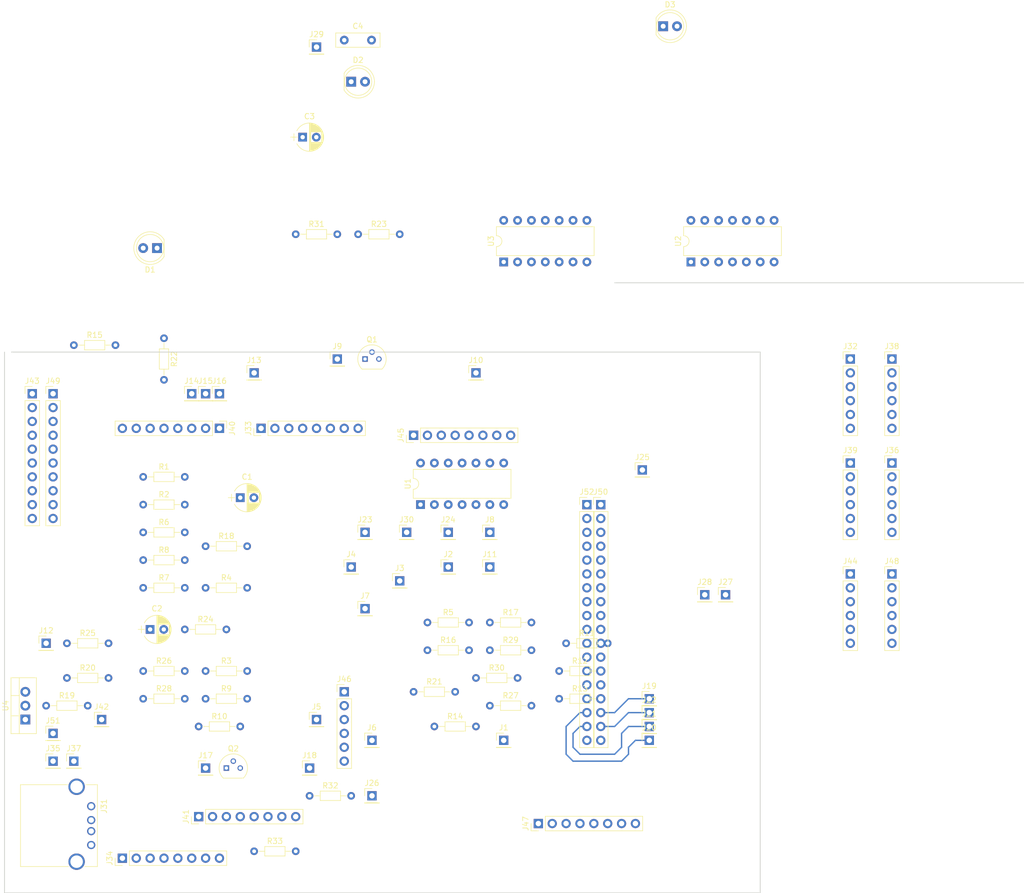
<source format=kicad_pcb>
(kicad_pcb (version 4) (host pcbnew 4.0.7)
  (layers (0 F.Cu signal) (31 B.Cu signal) (34 B.Paste user) (35 F.Paste user) (36 B.SilkS user) (37 F.SilkS user) (38 B.Mask user) (39 F.Mask user) (44 Edge.Cuts user))
  (net 0 "")
  (net 1 "Net-(C1-Pad1)")
  (net 2 GND)
  (net 3 "Net-(C2-Pad1)")
  (net 4 "Net-(C3-Pad1)")
  (net 5 A2)
  (net 6 "Net-(D1-Pad2)")
  (net 7 "Net-(D2-Pad2)")
  (net 8 "Net-(D3-Pad2)")
  (net 9 "Net-(J3-Pad1)")
  (net 10 "Net-(J4-Pad1)")
  (net 11 A1)
  (net 12 A7)
  (net 13 "Net-(J7-Pad1)")
  (net 14 "Net-(J8-Pad1)")
  (net 15 "Net-(J9-Pad1)")
  (net 16 "Net-(J10-Pad1)")
  (net 17 "Net-(J12-Pad1)")
  (net 18 D19)
  (net 19 D10)
  (net 20 D9)
  (net 21 D8)
  (net 22 "Net-(J17-Pad1)")
  (net 23 "Net-(J18-Pad1)")
  (net 24 MOSI)
  (net 25 MISO)
  (net 26 SCK)
  (net 27 SS)
  (net 28 A5)
  (net 29 "Net-(J24-Pad1)")
  (net 30 TX2)
  (net 31 "Net-(J26-Pad1)")
  (net 32 SCL)
  (net 33 SDA)
  (net 34 "Net-(J29-Pad1)")
  (net 35 "Net-(J30-Pad1)")
  (net 36 "Net-(J31-Pad3)")
  (net 37 "Net-(J31-Pad2)")
  (net 38 "Net-(J31-Pad1)")
  (net 39 "Net-(J32-Pad1)")
  (net 40 "Net-(J32-Pad2)")
  (net 41 "Net-(J32-Pad3)")
  (net 42 "Net-(J32-Pad4)")
  (net 43 "Net-(J32-Pad5)")
  (net 44 "Net-(J32-Pad6)")
  (net 45 D7)
  (net 46 D6)
  (net 47 D5)
  (net 48 "Net-(J33-Pad4)")
  (net 49 "Net-(J33-Pad5)")
  (net 50 D2)
  (net 51 "Net-(J33-Pad7)")
  (net 52 "Net-(J33-Pad8)")
  (net 53 "Net-(J34-Pad1)")
  (net 54 "Net-(J34-Pad2)")
  (net 55 "Net-(J34-Pad3)")
  (net 56 "Net-(J34-Pad4)")
  (net 57 "Net-(J36-Pad1)")
  (net 58 "Net-(J36-Pad2)")
  (net 59 "Net-(J36-Pad3)")
  (net 60 "Net-(J36-Pad4)")
  (net 61 "Net-(J36-Pad5)")
  (net 62 "Net-(J36-Pad6)")
  (net 63 D11)
  (net 64 D12)
  (net 65 D13)
  (net 66 "Net-(J40-Pad7)")
  (net 67 "Net-(J40-Pad8)")
  (net 68 A0)
  (net 69 A3)
  (net 70 A4)
  (net 71 A6)
  (net 72 "Net-(J43-Pad1)")
  (net 73 "Net-(J44-Pad1)")
  (net 74 "Net-(J44-Pad2)")
  (net 75 "Net-(J44-Pad3)")
  (net 76 "Net-(J44-Pad4)")
  (net 77 "Net-(J44-Pad5)")
  (net 78 "Net-(J44-Pad6)")
  (net 79 "Net-(J45-Pad1)")
  (net 80 D15)
  (net 81 RX2)
  (net 82 "Net-(J45-Pad5)")
  (net 83 "Net-(J46-Pad1)")
  (net 84 A8)
  (net 85 A9)
  (net 86 A10)
  (net 87 "Net-(J47-Pad4)")
  (net 88 "Net-(J47-Pad5)")
  (net 89 "Net-(J47-Pad6)")
  (net 90 "Net-(J47-Pad7)")
  (net 91 "Net-(J47-Pad8)")
  (net 92 "Net-(J50-Pad1)")
  (net 93 "Net-(J50-Pad2)")
  (net 94 "Net-(J50-Pad3)")
  (net 95 "Net-(J50-Pad4)")
  (net 96 "Net-(J50-Pad5)")
  (net 97 "Net-(J50-Pad6)")
  (net 98 "Net-(J50-Pad7)")
  (net 99 "Net-(J50-Pad8)")
  (net 100 "Net-(J50-Pad9)")
  (net 101 "Net-(J50-Pad10)")
  (net 102 "Net-(J50-Pad11)")
  (net 103 "Net-(J50-Pad12)")
  (net 104 "Net-(J50-Pad13)")
  (net 105 "Net-(J50-Pad14)")
  (net 106 "Net-(J50-Pad15)")
  (net 107 "Net-(J50-Pad18)")
  (net 108 "Net-(J51-Pad1)")
  (net 109 "Net-(J52-Pad1)")
  (net 110 "Net-(J52-Pad2)")
  (net 111 "Net-(J52-Pad3)")
  (net 112 "Net-(J52-Pad4)")
  (net 113 "Net-(J52-Pad5)")
  (net 114 "Net-(J52-Pad6)")
  (net 115 "Net-(J52-Pad7)")
  (net 116 "Net-(J52-Pad8)")
  (net 117 "Net-(J52-Pad9)")
  (net 118 "Net-(J52-Pad10)")
  (net 119 "Net-(J52-Pad11)")
  (net 120 "Net-(J52-Pad12)")
  (net 121 "Net-(J52-Pad13)")
  (net 122 "Net-(J52-Pad14)")
  (net 123 "Net-(J52-Pad15)")
  (net 124 "Net-(J52-Pad18)")
  (net 125 "Net-(R17-Pad2)")
  (net 126 "Net-(R5-Pad2)")
  (net 127 "Net-(R18-Pad2)")
  (net 128 "Net-(R6-Pad2)")
  (net 129 "Net-(R13-Pad1)")
  (net 130 "Net-(R10-Pad1)")
  (net 131 "Net-(R11-Pad1)")
  (net 132 "Net-(R12-Pad1)")
  (net 133 "Net-(R25-Pad1)")
  (net 134 "Net-(R25-Pad2)")
  (net 135 "Net-(R27-Pad1)")
  (net 136 "Net-(R27-Pad2)")
  (net 137 "Net-(R28-Pad1)")
  (module Capacitors_THT:CP_Radial_D5.0mm_P2.50mm (layer F.Cu) (at 142.24 102.87)
    (fp_text reference C1 (at 1.25 -3.81) (layer F.SilkS))
    (fp_text value 1uF)
    (pad 1 thru_hole rect (at 0 0) (size 1.6 1.6) (drill 0.8) (layers *.Cu *.Mask) (net 1 "Net-(C1-Pad1)"))
    (pad 2 thru_hole circle (at 2.5 0) (size 1.6 1.6) (drill 0.8) (layers *.Cu *.Mask) (net 2 GND))
  )
  (module Capacitors_THT:CP_Radial_D5.0mm_P2.50mm (layer F.Cu) (at 125.73 127)
    (fp_text reference C2 (at 1.25 -3.81) (layer F.SilkS))
    (fp_text value 1uF)
    (pad 1 thru_hole rect (at 0 0) (size 1.6 1.6) (drill 0.8) (layers *.Cu *.Mask) (net 3 "Net-(C2-Pad1)"))
    (pad 2 thru_hole circle (at 2.5 0) (size 1.6 1.6) (drill 0.8) (layers *.Cu *.Mask) (net 2 GND))
  )
  (module Capacitors_THT:CP_Radial_D5.0mm_P2.50mm (layer F.Cu) (at 153.67 36.83)
    (fp_text reference C3 (at 1.25 -3.81) (layer F.SilkS))
    (fp_text value 1uF)
    (pad 1 thru_hole rect (at 0 0) (size 1.6 1.6) (drill 0.8) (layers *.Cu *.Mask) (net 4 "Net-(C3-Pad1)"))
    (pad 2 thru_hole circle (at 2.5 0) (size 1.6 1.6) (drill 0.8) (layers *.Cu *.Mask) (net 2 GND))
  )
  (module Capacitors_THT:C_Disc_D8.0mm_W2.5mm_P5.00mm (layer F.Cu) (at 161.29 19.05)
    (fp_text reference C4 (at 2.5 -2.56) (layer F.SilkS))
    (fp_text value C)
    (pad 1 thru_hole circle (at 0 0) (size 1.6 1.6) (drill 0.8) (layers *.Cu *.Mask) (net 2 GND))
    (pad 2 thru_hole circle (at 5 0) (size 1.6 1.6) (drill 0.8) (layers *.Cu *.Mask) (net 5 A2))
  )
  (module LEDs:LED_D5.0mm (layer F.Cu) (at 127 57.15 180)
    (fp_text reference D1 (at 1.27 -3.96 180) (layer F.SilkS))
    (fp_text value Bluetooth_ON)
    (pad 1 thru_hole rect (at 0 0 180) (size 1.8 1.8) (drill 0.9) (layers *.Cu *.Mask) (net 2 GND))
    (pad 2 thru_hole circle (at 2.54 0 180) (size 1.8 1.8) (drill 0.9) (layers *.Cu *.Mask) (net 6 "Net-(D1-Pad2)"))
  )
  (module LEDs:LED_D5.0mm (layer F.Cu) (at 162.56 26.67)
    (fp_text reference D2 (at 1.27 -3.96) (layer F.SilkS))
    (fp_text value LED)
    (pad 1 thru_hole rect (at 0 0) (size 1.8 1.8) (drill 0.9) (layers *.Cu *.Mask) (net 2 GND))
    (pad 2 thru_hole circle (at 2.54 0) (size 1.8 1.8) (drill 0.9) (layers *.Cu *.Mask) (net 7 "Net-(D2-Pad2)"))
  )
  (module LEDs:LED_D5.0mm (layer F.Cu) (at 219.71 16.51)
    (fp_text reference D3 (at 1.27 -3.96) (layer F.SilkS))
    (fp_text value LED)
    (pad 1 thru_hole rect (at 0 0) (size 1.8 1.8) (drill 0.9) (layers *.Cu *.Mask) (net 2 GND))
    (pad 2 thru_hole circle (at 2.54 0) (size 1.8 1.8) (drill 0.9) (layers *.Cu *.Mask) (net 8 "Net-(D3-Pad2)"))
  )
  (module Pin_Headers:Pin_Header_Straight_1x01_Pitch2.54mm (layer F.Cu) (at 190.5 147.32)
    (fp_text reference J1 (at 0 -2.33) (layer F.SilkS))
    (fp_text value Sensor_Power)
    (pad 1 thru_hole rect (at 0 0) (size 1.7 1.7) (drill 1) (layers *.Cu *.Mask) (net 5 A2))
  )
  (module Pin_Headers:Pin_Header_Straight_1x01_Pitch2.54mm (layer F.Cu) (at 180.34 115.57)
    (fp_text reference J2 (at 0 -2.33) (layer F.SilkS))
    (fp_text value Sensor_Power)
    (pad 1 thru_hole rect (at 0 0) (size 1.7 1.7) (drill 1) (layers *.Cu *.Mask) (net 5 A2))
  )
  (module Pin_Headers:Pin_Header_Straight_1x01_Pitch2.54mm (layer F.Cu) (at 171.45 118.11)
    (fp_text reference J3 (at 0 -2.33) (layer F.SilkS))
    (fp_text value Sensor_Ground)
    (pad 1 thru_hole rect (at 0 0) (size 1.7 1.7) (drill 1) (layers *.Cu *.Mask) (net 9 "Net-(J3-Pad1)"))
  )
  (module Pin_Headers:Pin_Header_Straight_1x01_Pitch2.54mm (layer F.Cu) (at 162.56 115.57)
    (fp_text reference J4 (at 0 -2.33) (layer F.SilkS))
    (fp_text value Sensor_Ground)
    (pad 1 thru_hole rect (at 0 0) (size 1.7 1.7) (drill 1) (layers *.Cu *.Mask) (net 10 "Net-(J4-Pad1)"))
  )
  (module Pin_Headers:Pin_Header_Straight_1x01_Pitch2.54mm (layer F.Cu) (at 156.21 143.51)
    (fp_text reference J5 (at 0 -2.33) (layer F.SilkS))
    (fp_text value Heater_Power)
    (pad 1 thru_hole rect (at 0 0) (size 1.7 1.7) (drill 1) (layers *.Cu *.Mask) (net 11 A1))
  )
  (module Pin_Headers:Pin_Header_Straight_1x01_Pitch2.54mm (layer F.Cu) (at 166.37 147.32)
    (fp_text reference J6 (at 0 -2.33) (layer F.SilkS))
    (fp_text value Heater_Power)
    (pad 1 thru_hole rect (at 0 0) (size 1.7 1.7) (drill 1) (layers *.Cu *.Mask) (net 12 A7))
  )
  (module Pin_Headers:Pin_Header_Straight_1x01_Pitch2.54mm (layer F.Cu) (at 165.1 123.19)
    (fp_text reference J7 (at 0 -2.33) (layer F.SilkS))
    (fp_text value Heater_Ground)
    (pad 1 thru_hole rect (at 0 0) (size 1.7 1.7) (drill 1) (layers *.Cu *.Mask) (net 13 "Net-(J7-Pad1)"))
  )
  (module Pin_Headers:Pin_Header_Straight_1x01_Pitch2.54mm (layer F.Cu) (at 187.96 109.22)
    (fp_text reference J8 (at 0 -2.33) (layer F.SilkS))
    (fp_text value Heater_Ground)
    (pad 1 thru_hole rect (at 0 0) (size 1.7 1.7) (drill 1) (layers *.Cu *.Mask) (net 14 "Net-(J8-Pad1)"))
  )
  (module Pin_Headers:Pin_Header_Straight_1x01_Pitch2.54mm (layer F.Cu) (at 160.02 77.47)
    (fp_text reference J9 (at 0 -2.33) (layer F.SilkS))
    (fp_text value Conn_01x01)
    (pad 1 thru_hole rect (at 0 0) (size 1.7 1.7) (drill 1) (layers *.Cu *.Mask) (net 15 "Net-(J9-Pad1)"))
  )
  (module Pin_Headers:Pin_Header_Straight_1x01_Pitch2.54mm (layer F.Cu) (at 185.42 80.01)
    (fp_text reference J10 (at 0 -2.33) (layer F.SilkS))
    (fp_text value Fan_Power)
    (pad 1 thru_hole rect (at 0 0) (size 1.7 1.7) (drill 1) (layers *.Cu *.Mask) (net 16 "Net-(J10-Pad1)"))
  )
  (module Pin_Headers:Pin_Header_Straight_1x01_Pitch2.54mm (layer F.Cu) (at 187.96 115.57)
    (fp_text reference J11 (at 0 -2.33) (layer F.SilkS))
    (fp_text value Sensor_Power)
    (pad 1 thru_hole rect (at 0 0) (size 1.7 1.7) (drill 1) (layers *.Cu *.Mask) (net 5 A2))
  )
  (module Pin_Headers:Pin_Header_Straight_1x01_Pitch2.54mm (layer F.Cu) (at 106.68 129.54)
    (fp_text reference J12 (at 0 -2.33) (layer F.SilkS))
    (fp_text value Sensor_Ground)
    (pad 1 thru_hole rect (at 0 0) (size 1.7 1.7) (drill 1) (layers *.Cu *.Mask) (net 17 "Net-(J12-Pad1)"))
  )
  (module Pin_Headers:Pin_Header_Straight_1x01_Pitch2.54mm (layer F.Cu) (at 144.78 80.01)
    (fp_text reference J13 (at 0 -2.33) (layer F.SilkS))
    (fp_text value Interrupt_PIN)
    (pad 1 thru_hole rect (at 0 0) (size 1.7 1.7) (drill 1) (layers *.Cu *.Mask) (net 18 D19))
  )
  (module Pin_Headers:Pin_Header_Straight_1x01_Pitch2.54mm (layer F.Cu) (at 133.35 83.82)
    (fp_text reference J14 (at 0 -2.33) (layer F.SilkS))
    (fp_text value DHT)
    (pad 1 thru_hole rect (at 0 0) (size 1.7 1.7) (drill 1) (layers *.Cu *.Mask) (net 19 D10))
  )
  (module Pin_Headers:Pin_Header_Straight_1x01_Pitch2.54mm (layer F.Cu) (at 135.89 83.82)
    (fp_text reference J15 (at 0 -2.33) (layer F.SilkS))
    (fp_text value Shinyei_P1)
    (pad 1 thru_hole rect (at 0 0) (size 1.7 1.7) (drill 1) (layers *.Cu *.Mask) (net 20 D9))
  )
  (module Pin_Headers:Pin_Header_Straight_1x01_Pitch2.54mm (layer F.Cu) (at 138.43 83.82)
    (fp_text reference J16 (at 0 -2.33) (layer F.SilkS))
    (fp_text value Shinyei_P2)
    (pad 1 thru_hole rect (at 0 0) (size 1.7 1.7) (drill 1) (layers *.Cu *.Mask) (net 21 D8))
  )
  (module Pin_Headers:Pin_Header_Straight_1x01_Pitch2.54mm (layer F.Cu) (at 135.89 152.4)
    (fp_text reference J17 (at 0 -2.33) (layer F.SilkS))
    (fp_text value Conn_01x01)
    (pad 1 thru_hole rect (at 0 0) (size 1.7 1.7) (drill 1) (layers *.Cu *.Mask) (net 22 "Net-(J17-Pad1)"))
  )
  (module Pin_Headers:Pin_Header_Straight_1x01_Pitch2.54mm (layer F.Cu) (at 154.94 152.4)
    (fp_text reference J18 (at 0 -2.33) (layer F.SilkS))
    (fp_text value Bluetooth_Power)
    (pad 1 thru_hole rect (at 0 0) (size 1.7 1.7) (drill 1) (layers *.Cu *.Mask) (net 23 "Net-(J18-Pad1)"))
  )
  (module Pin_Headers:Pin_Header_Straight_1x01_Pitch2.54mm (layer F.Cu) (at 217.17 139.7)
    (fp_text reference J19 (at 0 -2.33) (layer F.SilkS))
    (fp_text value MOSI)
    (pad 1 thru_hole rect (at 0 0) (size 1.7 1.7) (drill 1) (layers *.Cu *.Mask) (net 24 MOSI))
  )
  (module Pin_Headers:Pin_Header_Straight_1x01_Pitch2.54mm (layer F.Cu) (at 217.17 147.32)
    (fp_text reference J20 (at 0 -2.33) (layer F.SilkS))
    (fp_text value MISO)
    (pad 1 thru_hole rect (at 0 0) (size 1.7 1.7) (drill 1) (layers *.Cu *.Mask) (net 25 MISO))
  )
  (module Pin_Headers:Pin_Header_Straight_1x01_Pitch2.54mm (layer F.Cu) (at 217.17 144.78)
    (fp_text reference J21 (at 0 -2.33) (layer F.SilkS))
    (fp_text value SCK)
    (pad 1 thru_hole rect (at 0 0) (size 1.7 1.7) (drill 1) (layers *.Cu *.Mask) (net 26 SCK))
  )
  (module Pin_Headers:Pin_Header_Straight_1x01_Pitch2.54mm (layer F.Cu) (at 217.17 142.24)
    (fp_text reference J22 (at 0 -2.33) (layer F.SilkS))
    (fp_text value SS)
    (pad 1 thru_hole rect (at 0 0) (size 1.7 1.7) (drill 1) (layers *.Cu *.Mask) (net 27 SS))
  )
  (module Pin_Headers:Pin_Header_Straight_1x01_Pitch2.54mm (layer F.Cu) (at 165.1 109.22)
    (fp_text reference J23 (at 0 -2.33) (layer F.SilkS))
    (fp_text value Heater_Power)
    (pad 1 thru_hole rect (at 0 0) (size 1.7 1.7) (drill 1) (layers *.Cu *.Mask) (net 28 A5))
  )
  (module Pin_Headers:Pin_Header_Straight_1x01_Pitch2.54mm (layer F.Cu) (at 180.34 109.22)
    (fp_text reference J24 (at 0 -2.33) (layer F.SilkS))
    (fp_text value Heater_Ground)
    (pad 1 thru_hole rect (at 0 0) (size 1.7 1.7) (drill 1) (layers *.Cu *.Mask) (net 29 "Net-(J24-Pad1)"))
  )
  (module Pin_Headers:Pin_Header_Straight_1x01_Pitch2.54mm (layer F.Cu) (at 215.9 97.79)
    (fp_text reference J25 (at 0 -2.33) (layer F.SilkS))
    (fp_text value TX2)
    (pad 1 thru_hole rect (at 0 0) (size 1.7 1.7) (drill 1) (layers *.Cu *.Mask) (net 30 TX2))
  )
  (module Pin_Headers:Pin_Header_Straight_1x01_Pitch2.54mm (layer F.Cu) (at 166.37 157.48)
    (fp_text reference J26 (at 0 -2.33) (layer F.SilkS))
    (fp_text value RX2)
    (pad 1 thru_hole rect (at 0 0) (size 1.7 1.7) (drill 1) (layers *.Cu *.Mask) (net 31 "Net-(J26-Pad1)"))
  )
  (module Pin_Headers:Pin_Header_Straight_1x01_Pitch2.54mm (layer F.Cu) (at 231.14 120.65)
    (fp_text reference J27 (at 0 -2.33) (layer F.SilkS))
    (fp_text value SCL)
    (pad 1 thru_hole rect (at 0 0) (size 1.7 1.7) (drill 1) (layers *.Cu *.Mask) (net 32 SCL))
  )
  (module Pin_Headers:Pin_Header_Straight_1x01_Pitch2.54mm (layer F.Cu) (at 227.33 120.65)
    (fp_text reference J28 (at 0 -2.33) (layer F.SilkS))
    (fp_text value SDA)
    (pad 1 thru_hole rect (at 0 0) (size 1.7 1.7) (drill 1) (layers *.Cu *.Mask) (net 33 SDA))
  )
  (module Pin_Headers:Pin_Header_Straight_1x01_Pitch2.54mm (layer F.Cu) (at 156.21 20.32)
    (fp_text reference J29 (at 0 -2.33) (layer F.SilkS))
    (fp_text value Conn_01x01)
    (pad 1 thru_hole rect (at 0 0) (size 1.7 1.7) (drill 1) (layers *.Cu *.Mask) (net 34 "Net-(J29-Pad1)"))
  )
  (module Pin_Headers:Pin_Header_Straight_1x01_Pitch2.54mm (layer F.Cu) (at 172.72 109.22)
    (fp_text reference J30 (at 0 -2.33) (layer F.SilkS))
    (fp_text value Conn_01x01)
    (pad 1 thru_hole rect (at 0 0) (size 1.7 1.7) (drill 1) (layers *.Cu *.Mask) (net 35 "Net-(J30-Pad1)"))
  )
  (module Connectors:USB_A (layer F.Cu) (at 114.935 159.385 270)
    (fp_text reference J31 (at 0 -2.35 270) (layer F.SilkS))
    (fp_text value USB_A)
    (pad 4 thru_hole circle (at 7.11 0 180) (size 1.5 1.5) (drill 1) (layers *.Cu *.Mask) (net 2 GND))
    (pad 3 thru_hole circle (at 4.57 0 180) (size 1.5 1.5) (drill 1) (layers *.Cu *.Mask) (net 36 "Net-(J31-Pad3)"))
    (pad 2 thru_hole circle (at 2.54 0 180) (size 1.5 1.5) (drill 1) (layers *.Cu *.Mask) (net 37 "Net-(J31-Pad2)"))
    (pad 1 thru_hole circle (at 0 0 180) (size 1.5 1.5) (drill 1) (layers *.Cu *.Mask) (net 38 "Net-(J31-Pad1)"))
    (pad 5 thru_hole circle (at 10.16 2.67 180) (size 3 3) (drill 2.3) (layers *.Cu *.Mask) (net 2 GND))
    (pad 5 thru_hole circle (at -3.56 2.67 180) (size 3 3) (drill 2.3) (layers *.Cu *.Mask) (net 2 GND))
  )
  (module Socket_Strips:Socket_Strip_Straight_1x06_Pitch2.54mm (layer F.Cu) (at 254 77.47)
    (fp_text reference J32 (at 0 -2.33) (layer F.SilkS))
    (fp_text value AUX_CONN_C1)
    (pad 1 thru_hole rect (at 0 0) (size 1.7 1.7) (drill 1) (layers *.Cu *.Mask) (net 39 "Net-(J32-Pad1)"))
    (pad 2 thru_hole oval (at 0 2.54) (size 1.7 1.7) (drill 1) (layers *.Cu *.Mask) (net 40 "Net-(J32-Pad2)"))
    (pad 3 thru_hole oval (at 0 5.08) (size 1.7 1.7) (drill 1) (layers *.Cu *.Mask) (net 41 "Net-(J32-Pad3)"))
    (pad 4 thru_hole oval (at 0 7.62) (size 1.7 1.7) (drill 1) (layers *.Cu *.Mask) (net 42 "Net-(J32-Pad4)"))
    (pad 5 thru_hole oval (at 0 10.16) (size 1.7 1.7) (drill 1) (layers *.Cu *.Mask) (net 43 "Net-(J32-Pad5)"))
    (pad 6 thru_hole oval (at 0 12.7) (size 1.7 1.7) (drill 1) (layers *.Cu *.Mask) (net 44 "Net-(J32-Pad6)"))
  )
  (module Pin_Headers:Pin_Header_Straight_1x08_Pitch2.54mm (layer F.Cu) (at 146.05 90.17 90)
    (fp_text reference J33 (at 0 -2.33 90) (layer F.SilkS))
    (fp_text value DIO_0-7)
    (pad 1 thru_hole rect (at 0 0 90) (size 1.7 1.7) (drill 1) (layers *.Cu *.Mask) (net 45 D7))
    (pad 2 thru_hole oval (at 0 2.54 90) (size 1.7 1.7) (drill 1) (layers *.Cu *.Mask) (net 46 D6))
    (pad 3 thru_hole oval (at 0 5.08 90) (size 1.7 1.7) (drill 1) (layers *.Cu *.Mask) (net 47 D5))
    (pad 4 thru_hole oval (at 0 7.62 90) (size 1.7 1.7) (drill 1) (layers *.Cu *.Mask) (net 48 "Net-(J33-Pad4)"))
    (pad 5 thru_hole oval (at 0 10.16 90) (size 1.7 1.7) (drill 1) (layers *.Cu *.Mask) (net 49 "Net-(J33-Pad5)"))
    (pad 6 thru_hole oval (at 0 12.7 90) (size 1.7 1.7) (drill 1) (layers *.Cu *.Mask) (net 50 D2))
    (pad 7 thru_hole oval (at 0 15.24 90) (size 1.7 1.7) (drill 1) (layers *.Cu *.Mask) (net 51 "Net-(J33-Pad7)"))
    (pad 8 thru_hole oval (at 0 17.78 90) (size 1.7 1.7) (drill 1) (layers *.Cu *.Mask) (net 52 "Net-(J33-Pad8)"))
  )
  (module Pin_Headers:Pin_Header_Straight_1x08_Pitch2.54mm (layer F.Cu) (at 120.65 168.91 90)
    (fp_text reference J34 (at 0 -2.33 90) (layer F.SilkS))
    (fp_text value VIN_GND)
    (pad 1 thru_hole rect (at 0 0 90) (size 1.7 1.7) (drill 1) (layers *.Cu *.Mask) (net 53 "Net-(J34-Pad1)"))
    (pad 2 thru_hole oval (at 0 2.54 90) (size 1.7 1.7) (drill 1) (layers *.Cu *.Mask) (net 54 "Net-(J34-Pad2)"))
    (pad 3 thru_hole oval (at 0 5.08 90) (size 1.7 1.7) (drill 1) (layers *.Cu *.Mask) (net 55 "Net-(J34-Pad3)"))
    (pad 4 thru_hole oval (at 0 7.62 90) (size 1.7 1.7) (drill 1) (layers *.Cu *.Mask) (net 56 "Net-(J34-Pad4)"))
    (pad 5 thru_hole oval (at 0 10.16 90) (size 1.7 1.7) (drill 1) (layers *.Cu *.Mask) (net 35 "Net-(J30-Pad1)"))
    (pad 6 thru_hole oval (at 0 12.7 90) (size 1.7 1.7) (drill 1) (layers *.Cu *.Mask) (net 2 GND))
    (pad 7 thru_hole oval (at 0 15.24 90) (size 1.7 1.7) (drill 1) (layers *.Cu *.Mask) (net 2 GND))
    (pad 8 thru_hole oval (at 0 17.78 90) (size 1.7 1.7) (drill 1) (layers *.Cu *.Mask) (net 34 "Net-(J29-Pad1)"))
  )
  (module Pin_Headers:Pin_Header_Straight_1x01_Pitch2.54mm (layer F.Cu) (at 107.95 151.13)
    (fp_text reference J35 (at 0 -2.33) (layer F.SilkS))
    (fp_text value Jumper_A1)
    (pad 1 thru_hole rect (at 0 0) (size 1.7 1.7) (drill 1) (layers *.Cu *.Mask) (net 38 "Net-(J31-Pad1)"))
  )
  (module Socket_Strips:Socket_Strip_Straight_1x06_Pitch2.54mm (layer F.Cu) (at 261.62 96.52)
    (fp_text reference J36 (at 0 -2.33) (layer F.SilkS))
    (fp_text value AUX_CONN_A1)
    (pad 1 thru_hole rect (at 0 0) (size 1.7 1.7) (drill 1) (layers *.Cu *.Mask) (net 57 "Net-(J36-Pad1)"))
    (pad 2 thru_hole oval (at 0 2.54) (size 1.7 1.7) (drill 1) (layers *.Cu *.Mask) (net 58 "Net-(J36-Pad2)"))
    (pad 3 thru_hole oval (at 0 5.08) (size 1.7 1.7) (drill 1) (layers *.Cu *.Mask) (net 59 "Net-(J36-Pad3)"))
    (pad 4 thru_hole oval (at 0 7.62) (size 1.7 1.7) (drill 1) (layers *.Cu *.Mask) (net 60 "Net-(J36-Pad4)"))
    (pad 5 thru_hole oval (at 0 10.16) (size 1.7 1.7) (drill 1) (layers *.Cu *.Mask) (net 61 "Net-(J36-Pad5)"))
    (pad 6 thru_hole oval (at 0 12.7) (size 1.7 1.7) (drill 1) (layers *.Cu *.Mask) (net 62 "Net-(J36-Pad6)"))
  )
  (module Pin_Headers:Pin_Header_Straight_1x01_Pitch2.54mm (layer F.Cu) (at 111.76 151.13)
    (fp_text reference J37 (at 0 -2.33) (layer F.SilkS))
    (fp_text value Jumper_A2)
    (pad 1 thru_hole rect (at 0 0) (size 1.7 1.7) (drill 1) (layers *.Cu *.Mask) (net 5 A2))
  )
  (module Socket_Strips:Socket_Strip_Straight_1x06_Pitch2.54mm (layer F.Cu) (at 261.62 77.47)
    (fp_text reference J38 (at 0 -2.33) (layer F.SilkS))
    (fp_text value AUX_CONN_C2)
    (pad 1 thru_hole rect (at 0 0) (size 1.7 1.7) (drill 1) (layers *.Cu *.Mask) (net 39 "Net-(J32-Pad1)"))
    (pad 2 thru_hole oval (at 0 2.54) (size 1.7 1.7) (drill 1) (layers *.Cu *.Mask) (net 40 "Net-(J32-Pad2)"))
    (pad 3 thru_hole oval (at 0 5.08) (size 1.7 1.7) (drill 1) (layers *.Cu *.Mask) (net 41 "Net-(J32-Pad3)"))
    (pad 4 thru_hole oval (at 0 7.62) (size 1.7 1.7) (drill 1) (layers *.Cu *.Mask) (net 42 "Net-(J32-Pad4)"))
    (pad 5 thru_hole oval (at 0 10.16) (size 1.7 1.7) (drill 1) (layers *.Cu *.Mask) (net 43 "Net-(J32-Pad5)"))
    (pad 6 thru_hole oval (at 0 12.7) (size 1.7 1.7) (drill 1) (layers *.Cu *.Mask) (net 44 "Net-(J32-Pad6)"))
  )
  (module Socket_Strips:Socket_Strip_Straight_1x06_Pitch2.54mm (layer F.Cu) (at 254 96.52)
    (fp_text reference J39 (at 0 -2.33) (layer F.SilkS))
    (fp_text value AUX_CONN_A2)
    (pad 1 thru_hole rect (at 0 0) (size 1.7 1.7) (drill 1) (layers *.Cu *.Mask) (net 57 "Net-(J36-Pad1)"))
    (pad 2 thru_hole oval (at 0 2.54) (size 1.7 1.7) (drill 1) (layers *.Cu *.Mask) (net 58 "Net-(J36-Pad2)"))
    (pad 3 thru_hole oval (at 0 5.08) (size 1.7 1.7) (drill 1) (layers *.Cu *.Mask) (net 59 "Net-(J36-Pad3)"))
    (pad 4 thru_hole oval (at 0 7.62) (size 1.7 1.7) (drill 1) (layers *.Cu *.Mask) (net 60 "Net-(J36-Pad4)"))
    (pad 5 thru_hole oval (at 0 10.16) (size 1.7 1.7) (drill 1) (layers *.Cu *.Mask) (net 61 "Net-(J36-Pad5)"))
    (pad 6 thru_hole oval (at 0 12.7) (size 1.7 1.7) (drill 1) (layers *.Cu *.Mask) (net 62 "Net-(J36-Pad6)"))
  )
  (module Pin_Headers:Pin_Header_Straight_1x08_Pitch2.54mm (layer F.Cu) (at 138.43 90.17 270)
    (fp_text reference J40 (at 0 -2.33 270) (layer F.SilkS))
    (fp_text value DIO_8-13)
    (pad 1 thru_hole rect (at 0 0 270) (size 1.7 1.7) (drill 1) (layers *.Cu *.Mask) (net 21 D8))
    (pad 2 thru_hole oval (at 0 2.54 270) (size 1.7 1.7) (drill 1) (layers *.Cu *.Mask) (net 20 D9))
    (pad 3 thru_hole oval (at 0 5.08 270) (size 1.7 1.7) (drill 1) (layers *.Cu *.Mask) (net 19 D10))
    (pad 4 thru_hole oval (at 0 7.62 270) (size 1.7 1.7) (drill 1) (layers *.Cu *.Mask) (net 63 D11))
    (pad 5 thru_hole oval (at 0 10.16 270) (size 1.7 1.7) (drill 1) (layers *.Cu *.Mask) (net 64 D12))
    (pad 6 thru_hole oval (at 0 12.7 270) (size 1.7 1.7) (drill 1) (layers *.Cu *.Mask) (net 65 D13))
    (pad 7 thru_hole oval (at 0 15.24 270) (size 1.7 1.7) (drill 1) (layers *.Cu *.Mask) (net 66 "Net-(J40-Pad7)"))
    (pad 8 thru_hole oval (at 0 17.78 270) (size 1.7 1.7) (drill 1) (layers *.Cu *.Mask) (net 67 "Net-(J40-Pad8)"))
  )
  (module Pin_Headers:Pin_Header_Straight_1x08_Pitch2.54mm (layer F.Cu) (at 134.62 161.29 90)
    (fp_text reference J41 (at 0 -2.33 90) (layer F.SilkS))
    (fp_text value AI_0-7)
    (pad 1 thru_hole rect (at 0 0 90) (size 1.7 1.7) (drill 1) (layers *.Cu *.Mask) (net 68 A0))
    (pad 2 thru_hole oval (at 0 2.54 90) (size 1.7 1.7) (drill 1) (layers *.Cu *.Mask) (net 11 A1))
    (pad 3 thru_hole oval (at 0 5.08 90) (size 1.7 1.7) (drill 1) (layers *.Cu *.Mask) (net 5 A2))
    (pad 4 thru_hole oval (at 0 7.62 90) (size 1.7 1.7) (drill 1) (layers *.Cu *.Mask) (net 69 A3))
    (pad 5 thru_hole oval (at 0 10.16 90) (size 1.7 1.7) (drill 1) (layers *.Cu *.Mask) (net 70 A4))
    (pad 6 thru_hole oval (at 0 12.7 90) (size 1.7 1.7) (drill 1) (layers *.Cu *.Mask) (net 28 A5))
    (pad 7 thru_hole oval (at 0 15.24 90) (size 1.7 1.7) (drill 1) (layers *.Cu *.Mask) (net 71 A6))
    (pad 8 thru_hole oval (at 0 17.78 90) (size 1.7 1.7) (drill 1) (layers *.Cu *.Mask) (net 12 A7))
  )
  (module Pin_Headers:Pin_Header_Straight_1x01_Pitch2.54mm (layer F.Cu) (at 116.84 143.51)
    (fp_text reference J42 (at 0 -2.33) (layer F.SilkS))
    (fp_text value Jumper_B2)
    (pad 1 thru_hole rect (at 0 0) (size 1.7 1.7) (drill 1) (layers *.Cu *.Mask) (net 5 A2))
  )
  (module Socket_Strips:Socket_Strip_Straight_1x10_Pitch2.54mm (layer F.Cu) (at 104.14 83.82)
    (fp_text reference J43 (at 0 -2.33) (layer F.SilkS))
    (fp_text value POWER_RAIL_5V)
    (pad 1 thru_hole rect (at 0 0) (size 1.7 1.7) (drill 1) (layers *.Cu *.Mask) (net 72 "Net-(J43-Pad1)"))
    (pad 2 thru_hole oval (at 0 2.54) (size 1.7 1.7) (drill 1) (layers *.Cu *.Mask) (net 72 "Net-(J43-Pad1)"))
    (pad 3 thru_hole oval (at 0 5.08) (size 1.7 1.7) (drill 1) (layers *.Cu *.Mask) (net 72 "Net-(J43-Pad1)"))
    (pad 4 thru_hole oval (at 0 7.62) (size 1.7 1.7) (drill 1) (layers *.Cu *.Mask) (net 72 "Net-(J43-Pad1)"))
    (pad 5 thru_hole oval (at 0 10.16) (size 1.7 1.7) (drill 1) (layers *.Cu *.Mask) (net 72 "Net-(J43-Pad1)"))
    (pad 6 thru_hole oval (at 0 12.7) (size 1.7 1.7) (drill 1) (layers *.Cu *.Mask) (net 72 "Net-(J43-Pad1)"))
    (pad 7 thru_hole oval (at 0 15.24) (size 1.7 1.7) (drill 1) (layers *.Cu *.Mask) (net 72 "Net-(J43-Pad1)"))
    (pad 8 thru_hole oval (at 0 17.78) (size 1.7 1.7) (drill 1) (layers *.Cu *.Mask) (net 72 "Net-(J43-Pad1)"))
    (pad 9 thru_hole oval (at 0 20.32) (size 1.7 1.7) (drill 1) (layers *.Cu *.Mask) (net 72 "Net-(J43-Pad1)"))
    (pad 10 thru_hole oval (at 0 22.86) (size 1.7 1.7) (drill 1) (layers *.Cu *.Mask) (net 72 "Net-(J43-Pad1)"))
  )
  (module Socket_Strips:Socket_Strip_Straight_1x06_Pitch2.54mm (layer F.Cu) (at 254 116.84)
    (fp_text reference J44 (at 0 -2.33) (layer F.SilkS))
    (fp_text value AUX_CONN_B1)
    (pad 1 thru_hole rect (at 0 0) (size 1.7 1.7) (drill 1) (layers *.Cu *.Mask) (net 73 "Net-(J44-Pad1)"))
    (pad 2 thru_hole oval (at 0 2.54) (size 1.7 1.7) (drill 1) (layers *.Cu *.Mask) (net 74 "Net-(J44-Pad2)"))
    (pad 3 thru_hole oval (at 0 5.08) (size 1.7 1.7) (drill 1) (layers *.Cu *.Mask) (net 75 "Net-(J44-Pad3)"))
    (pad 4 thru_hole oval (at 0 7.62) (size 1.7 1.7) (drill 1) (layers *.Cu *.Mask) (net 76 "Net-(J44-Pad4)"))
    (pad 5 thru_hole oval (at 0 10.16) (size 1.7 1.7) (drill 1) (layers *.Cu *.Mask) (net 77 "Net-(J44-Pad5)"))
    (pad 6 thru_hole oval (at 0 12.7) (size 1.7 1.7) (drill 1) (layers *.Cu *.Mask) (net 78 "Net-(J44-Pad6)"))
  )
  (module Socket_Strips:Socket_Strip_Straight_1x06_Pitch2.54mm (layer F.Cu) (at 261.62 116.84)
    (fp_text reference J48 (at 0 -2.33) (layer F.SilkS))
    (fp_text value AUX_CONN_B2)
    (pad 1 thru_hole rect (at 0 0) (size 1.7 1.7) (drill 1) (layers *.Cu *.Mask) (net 73 "Net-(J44-Pad1)"))
    (pad 2 thru_hole oval (at 0 2.54) (size 1.7 1.7) (drill 1) (layers *.Cu *.Mask) (net 74 "Net-(J44-Pad2)"))
    (pad 3 thru_hole oval (at 0 5.08) (size 1.7 1.7) (drill 1) (layers *.Cu *.Mask) (net 75 "Net-(J44-Pad3)"))
    (pad 4 thru_hole oval (at 0 7.62) (size 1.7 1.7) (drill 1) (layers *.Cu *.Mask) (net 76 "Net-(J44-Pad4)"))
    (pad 5 thru_hole oval (at 0 10.16) (size 1.7 1.7) (drill 1) (layers *.Cu *.Mask) (net 77 "Net-(J44-Pad5)"))
    (pad 6 thru_hole oval (at 0 12.7) (size 1.7 1.7) (drill 1) (layers *.Cu *.Mask) (net 78 "Net-(J44-Pad6)"))
  )
  (module Socket_Strips:Socket_Strip_Straight_1x10_Pitch2.54mm (layer F.Cu) (at 107.95 83.82)
    (fp_text reference J49 (at 0 -2.33) (layer F.SilkS))
    (fp_text value GROUND_RAIL)
    (pad 1 thru_hole rect (at 0 0) (size 1.7 1.7) (drill 1) (layers *.Cu *.Mask) (net 2 GND))
    (pad 2 thru_hole oval (at 0 2.54) (size 1.7 1.7) (drill 1) (layers *.Cu *.Mask) (net 2 GND))
    (pad 3 thru_hole oval (at 0 5.08) (size 1.7 1.7) (drill 1) (layers *.Cu *.Mask) (net 2 GND))
    (pad 4 thru_hole oval (at 0 7.62) (size 1.7 1.7) (drill 1) (layers *.Cu *.Mask) (net 2 GND))
    (pad 5 thru_hole oval (at 0 10.16) (size 1.7 1.7) (drill 1) (layers *.Cu *.Mask) (net 2 GND))
    (pad 6 thru_hole oval (at 0 12.7) (size 1.7 1.7) (drill 1) (layers *.Cu *.Mask) (net 2 GND))
    (pad 7 thru_hole oval (at 0 15.24) (size 1.7 1.7) (drill 1) (layers *.Cu *.Mask) (net 2 GND))
    (pad 8 thru_hole oval (at 0 17.78) (size 1.7 1.7) (drill 1) (layers *.Cu *.Mask) (net 2 GND))
    (pad 9 thru_hole oval (at 0 20.32) (size 1.7 1.7) (drill 1) (layers *.Cu *.Mask) (net 2 GND))
    (pad 10 thru_hole oval (at 0 22.86) (size 1.7 1.7) (drill 1) (layers *.Cu *.Mask) (net 2 GND))
  )
  (module Pin_Headers:Pin_Header_Straight_1x18_Pitch2.54mm (layer F.Cu) (at 205.74 104.14)
    (fp_text reference J52 (at 0 -2.33) (layer F.SilkS))
    (fp_text value Conn_01x18_Male)
    (pad 1 thru_hole rect (at 0 0) (size 1.7 1.7) (drill 1) (layers *.Cu *.Mask) (net 109 "Net-(J52-Pad1)"))
    (pad 2 thru_hole oval (at 0 2.54) (size 1.7 1.7) (drill 1) (layers *.Cu *.Mask) (net 110 "Net-(J52-Pad2)"))
    (pad 3 thru_hole oval (at 0 5.08) (size 1.7 1.7) (drill 1) (layers *.Cu *.Mask) (net 111 "Net-(J52-Pad3)"))
    (pad 4 thru_hole oval (at 0 7.62) (size 1.7 1.7) (drill 1) (layers *.Cu *.Mask) (net 112 "Net-(J52-Pad4)"))
    (pad 5 thru_hole oval (at 0 10.16) (size 1.7 1.7) (drill 1) (layers *.Cu *.Mask) (net 113 "Net-(J52-Pad5)"))
    (pad 6 thru_hole oval (at 0 12.7) (size 1.7 1.7) (drill 1) (layers *.Cu *.Mask) (net 114 "Net-(J52-Pad6)"))
    (pad 7 thru_hole oval (at 0 15.24) (size 1.7 1.7) (drill 1) (layers *.Cu *.Mask) (net 115 "Net-(J52-Pad7)"))
    (pad 8 thru_hole oval (at 0 17.78) (size 1.7 1.7) (drill 1) (layers *.Cu *.Mask) (net 116 "Net-(J52-Pad8)"))
    (pad 9 thru_hole oval (at 0 20.32) (size 1.7 1.7) (drill 1) (layers *.Cu *.Mask) (net 117 "Net-(J52-Pad9)"))
    (pad 10 thru_hole oval (at 0 22.86) (size 1.7 1.7) (drill 1) (layers *.Cu *.Mask) (net 118 "Net-(J52-Pad10)"))
    (pad 11 thru_hole oval (at 0 25.4) (size 1.7 1.7) (drill 1) (layers *.Cu *.Mask) (net 119 "Net-(J52-Pad11)"))
    (pad 12 thru_hole oval (at 0 27.94) (size 1.7 1.7) (drill 1) (layers *.Cu *.Mask) (net 120 "Net-(J52-Pad12)"))
    (pad 13 thru_hole oval (at 0 30.48) (size 1.7 1.7) (drill 1) (layers *.Cu *.Mask) (net 121 "Net-(J52-Pad13)"))
    (pad 14 thru_hole oval (at 0 33.02) (size 1.7 1.7) (drill 1) (layers *.Cu *.Mask) (net 122 "Net-(J52-Pad14)"))
    (pad 15 thru_hole oval (at 0 35.56) (size 1.7 1.7) (drill 1) (layers *.Cu *.Mask) (net 123 "Net-(J52-Pad15)"))
    (pad 16 thru_hole oval (at 0 38.1) (size 1.7 1.7) (drill 1) (layers *.Cu *.Mask) (net 25 MISO))
    (pad 17 thru_hole oval (at 0 40.64) (size 1.7 1.7) (drill 1) (layers *.Cu *.Mask) (net 26 SCK))
    (pad 18 thru_hole oval (at 0 43.18) (size 1.7 1.7) (drill 1) (layers *.Cu *.Mask) (net 124 "Net-(J52-Pad18)"))
  )
  (module TO_SOT_Packages_THT:TO-92_Molded_Narrow (layer F.Cu) (at 165.1 77.47)
    (fp_text reference Q1 (at 1.27 -3.56) (layer F.SilkS))
    (fp_text value BC337)
    (pad 2 thru_hole circle (at 1.27 -1.27 90) (size 1 1) (drill 0.6) (layers *.Cu *.Mask) (net 80 D15))
    (pad 3 thru_hole circle (at 2.54 0 90) (size 1 1) (drill 0.6) (layers *.Cu *.Mask) (net 16 "Net-(J10-Pad1)"))
    (pad 1 thru_hole rect (at 0 0 90) (size 1 1) (drill 0.6) (layers *.Cu *.Mask) (net 15 "Net-(J9-Pad1)"))
  )
  (module TO_SOT_Packages_THT:TO-92_Molded_Narrow (layer F.Cu) (at 139.7 152.4)
    (fp_text reference Q2 (at 1.27 -3.56) (layer F.SilkS))
    (fp_text value BC337)
    (pad 2 thru_hole circle (at 1.27 -1.27 90) (size 1 1) (drill 0.6) (layers *.Cu *.Mask) (net 50 D2))
    (pad 3 thru_hole circle (at 2.54 0 90) (size 1 1) (drill 0.6) (layers *.Cu *.Mask) (net 23 "Net-(J18-Pad1)"))
    (pad 1 thru_hole rect (at 0 0 90) (size 1 1) (drill 0.6) (layers *.Cu *.Mask) (net 22 "Net-(J17-Pad1)"))
  )
  (module Resistors_THT:R_Axial_DIN0204_L3.6mm_D1.6mm_P7.62mm_Horizontal (layer F.Cu) (at 124.46 99.06)
    (fp_text reference R1 (at 3.81 -1.86) (layer F.SilkS))
    (fp_text value 100k)
    (pad 1 thru_hole circle (at 0 0) (size 1.4 1.4) (drill 0.7) (layers *.Cu *.Mask) (net 65 D13))
    (pad 2 thru_hole oval (at 7.62 0) (size 1.4 1.4) (drill 0.7) (layers *.Cu *.Mask) (net 1 "Net-(C1-Pad1)"))
  )
  (module Resistors_THT:R_Axial_DIN0204_L3.6mm_D1.6mm_P7.62mm_Horizontal (layer F.Cu) (at 124.46 104.14)
    (fp_text reference R2 (at 3.81 -1.86) (layer F.SilkS))
    (fp_text value 100k)
    (pad 1 thru_hole circle (at 0 0) (size 1.4 1.4) (drill 0.7) (layers *.Cu *.Mask) (net 63 D11))
    (pad 2 thru_hole oval (at 7.62 0) (size 1.4 1.4) (drill 0.7) (layers *.Cu *.Mask) (net 3 "Net-(C2-Pad1)"))
  )
  (module Resistors_THT:R_Axial_DIN0204_L3.6mm_D1.6mm_P7.62mm_Horizontal (layer F.Cu) (at 135.89 134.62)
    (fp_text reference R3 (at 3.81 -1.86) (layer F.SilkS))
    (fp_text value 4k7)
    (pad 1 thru_hole circle (at 0 0) (size 1.4 1.4) (drill 0.7) (layers *.Cu *.Mask) (net 2 GND))
    (pad 2 thru_hole oval (at 7.62 0) (size 1.4 1.4) (drill 0.7) (layers *.Cu *.Mask) (net 9 "Net-(J3-Pad1)"))
  )
  (module Resistors_THT:R_Axial_DIN0204_L3.6mm_D1.6mm_P7.62mm_Horizontal (layer F.Cu) (at 135.89 119.38)
    (fp_text reference R4 (at 3.81 -1.86) (layer F.SilkS))
    (fp_text value 4k7)
    (pad 1 thru_hole circle (at 0 0) (size 1.4 1.4) (drill 0.7) (layers *.Cu *.Mask) (net 2 GND))
    (pad 2 thru_hole oval (at 7.62 0) (size 1.4 1.4) (drill 0.7) (layers *.Cu *.Mask) (net 10 "Net-(J4-Pad1)"))
  )
  (module Resistors_THT:R_Axial_DIN0204_L3.6mm_D1.6mm_P7.62mm_Horizontal (layer F.Cu) (at 176.53 125.73)
    (fp_text reference R5 (at 3.81 -1.86) (layer F.SilkS))
    (fp_text value 1M5)
    (pad 1 thru_hole circle (at 0 0) (size 1.4 1.4) (drill 0.7) (layers *.Cu *.Mask) (net 125 "Net-(R17-Pad2)"))
    (pad 2 thru_hole oval (at 7.62 0) (size 1.4 1.4) (drill 0.7) (layers *.Cu *.Mask) (net 126 "Net-(R5-Pad2)"))
  )
  (module Resistors_THT:R_Axial_DIN0204_L3.6mm_D1.6mm_P7.62mm_Horizontal (layer F.Cu) (at 124.46 109.22)
    (fp_text reference R6 (at 3.81 -1.86) (layer F.SilkS))
    (fp_text value 1M5)
    (pad 1 thru_hole circle (at 0 0) (size 1.4 1.4) (drill 0.7) (layers *.Cu *.Mask) (net 127 "Net-(R18-Pad2)"))
    (pad 2 thru_hole oval (at 7.62 0) (size 1.4 1.4) (drill 0.7) (layers *.Cu *.Mask) (net 128 "Net-(R6-Pad2)"))
  )
  (module Resistors_THT:R_Axial_DIN0204_L3.6mm_D1.6mm_P7.62mm_Horizontal (layer F.Cu) (at 124.46 119.38)
    (fp_text reference R7 (at 3.81 -1.86) (layer F.SilkS))
    (fp_text value 1)
    (pad 1 thru_hole circle (at 0 0) (size 1.4 1.4) (drill 0.7) (layers *.Cu *.Mask) (net 13 "Net-(J7-Pad1)"))
    (pad 2 thru_hole oval (at 7.62 0) (size 1.4 1.4) (drill 0.7) (layers *.Cu *.Mask) (net 2 GND))
  )
  (module Resistors_THT:R_Axial_DIN0204_L3.6mm_D1.6mm_P7.62mm_Horizontal (layer F.Cu) (at 124.46 114.3)
    (fp_text reference R8 (at 3.81 -1.86) (layer F.SilkS))
    (fp_text value 1)
    (pad 1 thru_hole circle (at 0 0) (size 1.4 1.4) (drill 0.7) (layers *.Cu *.Mask) (net 14 "Net-(J8-Pad1)"))
    (pad 2 thru_hole oval (at 7.62 0) (size 1.4 1.4) (drill 0.7) (layers *.Cu *.Mask) (net 2 GND))
  )
  (module Resistors_THT:R_Axial_DIN0204_L3.6mm_D1.6mm_P7.62mm_Horizontal (layer F.Cu) (at 135.89 139.7)
    (fp_text reference R9 (at 3.81 -1.86) (layer F.SilkS))
    (fp_text value 1M5)
    (pad 1 thru_hole circle (at 0 0) (size 1.4 1.4) (drill 0.7) (layers *.Cu *.Mask) (net 129 "Net-(R13-Pad1)"))
    (pad 2 thru_hole oval (at 7.62 0) (size 1.4 1.4) (drill 0.7) (layers *.Cu *.Mask) (net 2 GND))
  )
  (module Resistors_THT:R_Axial_DIN0204_L3.6mm_D1.6mm_P7.62mm_Horizontal (layer F.Cu) (at 134.62 144.78)
    (fp_text reference R10 (at 3.81 -1.86) (layer F.SilkS))
    (fp_text value 1M5)
    (pad 1 thru_hole circle (at 0 0) (size 1.4 1.4) (drill 0.7) (layers *.Cu *.Mask) (net 130 "Net-(R10-Pad1)"))
    (pad 2 thru_hole oval (at 7.62 0) (size 1.4 1.4) (drill 0.7) (layers *.Cu *.Mask) (net 2 GND))
  )
  (module Resistors_THT:R_Axial_DIN0204_L3.6mm_D1.6mm_P7.62mm_Horizontal (layer F.Cu) (at 201.93 129.54)
    (fp_text reference R11 (at 3.81 -1.86) (layer F.SilkS))
    (fp_text value 100)
    (pad 1 thru_hole circle (at 0 0) (size 1.4 1.4) (drill 0.7) (layers *.Cu *.Mask) (net 131 "Net-(R11-Pad1)"))
    (pad 2 thru_hole oval (at 7.62 0) (size 1.4 1.4) (drill 0.7) (layers *.Cu *.Mask) (net 2 GND))
  )
  (module Resistors_THT:R_Axial_DIN0204_L3.6mm_D1.6mm_P7.62mm_Horizontal (layer F.Cu) (at 200.66 134.62)
    (fp_text reference R12 (at 3.81 -1.86) (layer F.SilkS))
    (fp_text value 100)
    (pad 1 thru_hole circle (at 0 0) (size 1.4 1.4) (drill 0.7) (layers *.Cu *.Mask) (net 132 "Net-(R12-Pad1)"))
    (pad 2 thru_hole oval (at 7.62 0) (size 1.4 1.4) (drill 0.7) (layers *.Cu *.Mask) (net 2 GND))
  )
  (module Resistors_THT:R_Axial_DIN0204_L3.6mm_D1.6mm_P7.62mm_Horizontal (layer F.Cu) (at 200.66 139.7)
    (fp_text reference R13 (at 3.81 -1.86) (layer F.SilkS))
    (fp_text value 1M5)
    (pad 1 thru_hole circle (at 0 0) (size 1.4 1.4) (drill 0.7) (layers *.Cu *.Mask) (net 129 "Net-(R13-Pad1)"))
    (pad 2 thru_hole oval (at 7.62 0) (size 1.4 1.4) (drill 0.7) (layers *.Cu *.Mask) (net 5 A2))
  )
  (module Resistors_THT:R_Axial_DIN0204_L3.6mm_D1.6mm_P7.62mm_Horizontal (layer F.Cu) (at 177.8 144.78)
    (fp_text reference R14 (at 3.81 -1.86) (layer F.SilkS))
    (fp_text value 1M5)
    (pad 1 thru_hole circle (at 0 0) (size 1.4 1.4) (drill 0.7) (layers *.Cu *.Mask) (net 130 "Net-(R10-Pad1)"))
    (pad 2 thru_hole oval (at 7.62 0) (size 1.4 1.4) (drill 0.7) (layers *.Cu *.Mask) (net 5 A2))
  )
  (module Resistors_THT:R_Axial_DIN0204_L3.6mm_D1.6mm_P7.62mm_Horizontal (layer F.Cu) (at 111.76 74.93)
    (fp_text reference R15 (at 3.81 -1.86) (layer F.SilkS))
    (fp_text value 10k)
    (pad 1 thru_hole circle (at 0 0) (size 1.4 1.4) (drill 0.7) (layers *.Cu *.Mask) (net 69 A3))
    (pad 2 thru_hole oval (at 7.62 0) (size 1.4 1.4) (drill 0.7) (layers *.Cu *.Mask) (net 131 "Net-(R11-Pad1)"))
  )
  (module Resistors_THT:R_Axial_DIN0204_L3.6mm_D1.6mm_P7.62mm_Horizontal (layer F.Cu) (at 176.53 130.81)
    (fp_text reference R16 (at 3.81 -1.86) (layer F.SilkS))
    (fp_text value 10k)
    (pad 1 thru_hole circle (at 0 0) (size 1.4 1.4) (drill 0.7) (layers *.Cu *.Mask) (net 85 A9))
    (pad 2 thru_hole oval (at 7.62 0) (size 1.4 1.4) (drill 0.7) (layers *.Cu *.Mask) (net 132 "Net-(R12-Pad1)"))
  )
  (module Resistors_THT:R_Axial_DIN0204_L3.6mm_D1.6mm_P7.62mm_Horizontal (layer F.Cu) (at 187.96 125.73)
    (fp_text reference R17 (at 3.81 -1.86) (layer F.SilkS))
    (fp_text value 1M5)
    (pad 1 thru_hole circle (at 0 0) (size 1.4 1.4) (drill 0.7) (layers *.Cu *.Mask) (net 5 A2))
    (pad 2 thru_hole oval (at 7.62 0) (size 1.4 1.4) (drill 0.7) (layers *.Cu *.Mask) (net 125 "Net-(R17-Pad2)"))
  )
  (module Resistors_THT:R_Axial_DIN0204_L3.6mm_D1.6mm_P7.62mm_Horizontal (layer F.Cu) (at 135.89 111.76)
    (fp_text reference R18 (at 3.81 -1.86) (layer F.SilkS))
    (fp_text value 1M5)
    (pad 1 thru_hole circle (at 0 0) (size 1.4 1.4) (drill 0.7) (layers *.Cu *.Mask) (net 84 A8))
    (pad 2 thru_hole oval (at 7.62 0) (size 1.4 1.4) (drill 0.7) (layers *.Cu *.Mask) (net 127 "Net-(R18-Pad2)"))
  )
  (module Resistors_THT:R_Axial_DIN0204_L3.6mm_D1.6mm_P7.62mm_Horizontal (layer F.Cu) (at 106.68 140.97)
    (fp_text reference R19 (at 3.81 -1.86) (layer F.SilkS))
    (fp_text value 220)
    (pad 1 thru_hole circle (at 0 0) (size 1.4 1.4) (drill 0.7) (layers *.Cu *.Mask) (net 47 D5))
    (pad 2 thru_hole oval (at 7.62 0) (size 1.4 1.4) (drill 0.7) (layers *.Cu *.Mask) (net 6 "Net-(D1-Pad2)"))
  )
  (module Resistors_THT:R_Axial_DIN0204_L3.6mm_D1.6mm_P7.62mm_Horizontal (layer F.Cu) (at 110.49 135.89)
    (fp_text reference R20 (at 3.81 -1.86) (layer F.SilkS))
    (fp_text value 220)
    (pad 1 thru_hole circle (at 0 0) (size 1.4 1.4) (drill 0.7) (layers *.Cu *.Mask) (net 46 D6))
    (pad 2 thru_hole oval (at 7.62 0) (size 1.4 1.4) (drill 0.7) (layers *.Cu *.Mask) (net 7 "Net-(D2-Pad2)"))
  )
  (module Resistors_THT:R_Axial_DIN0204_L3.6mm_D1.6mm_P7.62mm_Horizontal (layer F.Cu) (at 173.99 138.43)
    (fp_text reference R21 (at 3.81 -1.86) (layer F.SilkS))
    (fp_text value 220)
    (pad 1 thru_hole circle (at 0 0) (size 1.4 1.4) (drill 0.7) (layers *.Cu *.Mask) (net 45 D7))
    (pad 2 thru_hole oval (at 7.62 0) (size 1.4 1.4) (drill 0.7) (layers *.Cu *.Mask) (net 8 "Net-(D3-Pad2)"))
  )
  (module Resistors_THT:R_Axial_DIN0204_L3.6mm_D1.6mm_P7.62mm_Horizontal (layer F.Cu) (at 128.27 73.66 270)
    (fp_text reference R22 (at 3.81 -1.86 270) (layer F.SilkS))
    (fp_text value 100k)
    (pad 1 thru_hole circle (at 0 0 270) (size 1.4 1.4) (drill 0.7) (layers *.Cu *.Mask) (net 64 D12))
    (pad 2 thru_hole oval (at 7.62 0 270) (size 1.4 1.4) (drill 0.7) (layers *.Cu *.Mask) (net 4 "Net-(C3-Pad1)"))
  )
  (module Resistors_THT:R_Axial_DIN0204_L3.6mm_D1.6mm_P7.62mm_Horizontal (layer F.Cu) (at 163.83 54.61)
    (fp_text reference R23 (at 3.81 -1.86) (layer F.SilkS))
    (fp_text value 4k7)
    (pad 1 thru_hole circle (at 0 0) (size 1.4 1.4) (drill 0.7) (layers *.Cu *.Mask) (net 2 GND))
    (pad 2 thru_hole oval (at 7.62 0) (size 1.4 1.4) (drill 0.7) (layers *.Cu *.Mask) (net 17 "Net-(J12-Pad1)"))
  )
  (module Resistors_THT:R_Axial_DIN0204_L3.6mm_D1.6mm_P7.62mm_Horizontal (layer F.Cu) (at 132.08 127)
    (fp_text reference R24 (at 3.81 -1.86) (layer F.SilkS))
    (fp_text value 10k)
    (pad 1 thru_hole circle (at 0 0) (size 1.4 1.4) (drill 0.7) (layers *.Cu *.Mask) (net 2 GND))
    (pad 2 thru_hole oval (at 7.62 0) (size 1.4 1.4) (drill 0.7) (layers *.Cu *.Mask) (net 18 D19))
  )
  (module Resistors_THT:R_Axial_DIN0204_L3.6mm_D1.6mm_P7.62mm_Horizontal (layer F.Cu) (at 110.49 129.54)
    (fp_text reference R25 (at 3.81 -1.86) (layer F.SilkS))
    (fp_text value 1M5)
    (pad 1 thru_hole circle (at 0 0) (size 1.4 1.4) (drill 0.7) (layers *.Cu *.Mask) (net 133 "Net-(R25-Pad1)"))
    (pad 2 thru_hole oval (at 7.62 0) (size 1.4 1.4) (drill 0.7) (layers *.Cu *.Mask) (net 134 "Net-(R25-Pad2)"))
  )
  (module Resistors_THT:R_Axial_DIN0204_L3.6mm_D1.6mm_P7.62mm_Horizontal (layer F.Cu) (at 124.46 134.62)
    (fp_text reference R26 (at 3.81 -1.86) (layer F.SilkS))
    (fp_text value 1)
    (pad 1 thru_hole circle (at 0 0) (size 1.4 1.4) (drill 0.7) (layers *.Cu *.Mask) (net 29 "Net-(J24-Pad1)"))
    (pad 2 thru_hole oval (at 7.62 0) (size 1.4 1.4) (drill 0.7) (layers *.Cu *.Mask) (net 2 GND))
  )
  (module Resistors_THT:R_Axial_DIN0204_L3.6mm_D1.6mm_P7.62mm_Horizontal (layer F.Cu) (at 187.96 140.97)
    (fp_text reference R27 (at 3.81 -1.86) (layer F.SilkS))
    (fp_text value 1M5)
    (pad 1 thru_hole circle (at 0 0) (size 1.4 1.4) (drill 0.7) (layers *.Cu *.Mask) (net 135 "Net-(R27-Pad1)"))
    (pad 2 thru_hole oval (at 7.62 0) (size 1.4 1.4) (drill 0.7) (layers *.Cu *.Mask) (net 136 "Net-(R27-Pad2)"))
  )
  (module Resistors_THT:R_Axial_DIN0204_L3.6mm_D1.6mm_P7.62mm_Horizontal (layer F.Cu) (at 124.46 139.7)
    (fp_text reference R28 (at 3.81 -1.86) (layer F.SilkS))
    (fp_text value 100)
    (pad 1 thru_hole circle (at 0 0) (size 1.4 1.4) (drill 0.7) (layers *.Cu *.Mask) (net 137 "Net-(R28-Pad1)"))
    (pad 2 thru_hole oval (at 7.62 0) (size 1.4 1.4) (drill 0.7) (layers *.Cu *.Mask) (net 2 GND))
  )
  (module Resistors_THT:R_Axial_DIN0204_L3.6mm_D1.6mm_P7.62mm_Horizontal (layer F.Cu) (at 187.96 130.81)
    (fp_text reference R29 (at 3.81 -1.86) (layer F.SilkS))
    (fp_text value 1M5)
    (pad 1 thru_hole circle (at 0 0) (size 1.4 1.4) (drill 0.7) (layers *.Cu *.Mask) (net 135 "Net-(R27-Pad1)"))
    (pad 2 thru_hole oval (at 7.62 0) (size 1.4 1.4) (drill 0.7) (layers *.Cu *.Mask) (net 5 A2))
  )
  (module Resistors_THT:R_Axial_DIN0204_L3.6mm_D1.6mm_P7.62mm_Horizontal (layer F.Cu) (at 185.42 135.89)
    (fp_text reference R30 (at 3.81 -1.86) (layer F.SilkS))
    (fp_text value 10k)
    (pad 1 thru_hole circle (at 0 0) (size 1.4 1.4) (drill 0.7) (layers *.Cu *.Mask) (net 71 A6))
    (pad 2 thru_hole oval (at 7.62 0) (size 1.4 1.4) (drill 0.7) (layers *.Cu *.Mask) (net 137 "Net-(R28-Pad1)"))
  )
  (module Resistors_THT:R_Axial_DIN0204_L3.6mm_D1.6mm_P7.62mm_Horizontal (layer F.Cu) (at 152.4 54.61)
    (fp_text reference R31 (at 3.81 -1.86) (layer F.SilkS))
    (fp_text value 1M5)
    (pad 1 thru_hole circle (at 0 0) (size 1.4 1.4) (drill 0.7) (layers *.Cu *.Mask) (net 70 A4))
    (pad 2 thru_hole oval (at 7.62 0) (size 1.4 1.4) (drill 0.7) (layers *.Cu *.Mask) (net 133 "Net-(R25-Pad1)"))
  )
  (module Resistors_THT:R_Axial_DIN0204_L3.6mm_D1.6mm_P7.62mm_Horizontal (layer F.Cu) (at 154.94 157.48)
    (fp_text reference R32 (at 3.81 -1.86) (layer F.SilkS))
    (fp_text value 4k7)
    (pad 1 thru_hole circle (at 0 0) (size 1.4 1.4) (drill 0.7) (layers *.Cu *.Mask) (net 81 RX2))
    (pad 2 thru_hole oval (at 7.62 0) (size 1.4 1.4) (drill 0.7) (layers *.Cu *.Mask) (net 31 "Net-(J26-Pad1)"))
  )
  (module Resistors_THT:R_Axial_DIN0204_L3.6mm_D1.6mm_P7.62mm_Horizontal (layer F.Cu) (at 144.78 167.64)
    (fp_text reference R33 (at 3.81 -1.86) (layer F.SilkS))
    (fp_text value 10k)
    (pad 1 thru_hole circle (at 0 0) (size 1.4 1.4) (drill 0.7) (layers *.Cu *.Mask) (net 2 GND))
    (pad 2 thru_hole oval (at 7.62 0) (size 1.4 1.4) (drill 0.7) (layers *.Cu *.Mask) (net 81 RX2))
  )
  (module Housings_DIP:DIP-14_W7.62mm (layer F.Cu) (at 175.26 104.14 90)
    (fp_text reference U1 (at 3.81 -2.33 90) (layer F.SilkS))
    (fp_text value MCP6004)
    (pad 1 thru_hole rect (at 0 0 90) (size 1.6 1.6) (drill 0.8) (layers *.Cu *.Mask) (net 11 A1))
    (pad 8 thru_hole oval (at 7.62 15.24 90) (size 1.6 1.6) (drill 0.8) (layers *.Cu *.Mask) (net 12 A7))
    (pad 2 thru_hole oval (at 0 2.54 90) (size 1.6 1.6) (drill 0.8) (layers *.Cu *.Mask) (net 11 A1))
    (pad 9 thru_hole oval (at 7.62 12.7 90) (size 1.6 1.6) (drill 0.8) (layers *.Cu *.Mask) (net 12 A7))
    (pad 3 thru_hole oval (at 0 5.08 90) (size 1.6 1.6) (drill 0.8) (layers *.Cu *.Mask) (net 1 "Net-(C1-Pad1)"))
    (pad 10 thru_hole oval (at 7.62 10.16 90) (size 1.6 1.6) (drill 0.8) (layers *.Cu *.Mask) (net 3 "Net-(C2-Pad1)"))
    (pad 4 thru_hole oval (at 0 7.62 90) (size 1.6 1.6) (drill 0.8) (layers *.Cu *.Mask) (net 5 A2))
    (pad 11 thru_hole oval (at 7.62 7.62 90) (size 1.6 1.6) (drill 0.8) (layers *.Cu *.Mask) (net 2 GND))
    (pad 5 thru_hole oval (at 0 10.16 90) (size 1.6 1.6) (drill 0.8) (layers *.Cu *.Mask) (net 9 "Net-(J3-Pad1)"))
    (pad 12 thru_hole oval (at 7.62 5.08 90) (size 1.6 1.6) (drill 0.8) (layers *.Cu *.Mask) (net 10 "Net-(J4-Pad1)"))
    (pad 6 thru_hole oval (at 0 12.7 90) (size 1.6 1.6) (drill 0.8) (layers *.Cu *.Mask) (net 126 "Net-(R5-Pad2)"))
    (pad 13 thru_hole oval (at 7.62 2.54 90) (size 1.6 1.6) (drill 0.8) (layers *.Cu *.Mask) (net 128 "Net-(R6-Pad2)"))
    (pad 7 thru_hole oval (at 0 15.24 90) (size 1.6 1.6) (drill 0.8) (layers *.Cu *.Mask) (net 126 "Net-(R5-Pad2)"))
    (pad 14 thru_hole oval (at 7.62 0 90) (size 1.6 1.6) (drill 0.8) (layers *.Cu *.Mask) (net 128 "Net-(R6-Pad2)"))
  )
  (module Housings_DIP:DIP-14_W7.62mm (layer F.Cu) (at 224.79 59.69 90)
    (fp_text reference U2 (at 3.81 -2.33 90) (layer F.SilkS))
    (fp_text value MCP6004)
    (pad 1 thru_hole rect (at 0 0 90) (size 1.6 1.6) (drill 0.8) (layers *.Cu *.Mask) (net 69 A3))
    (pad 8 thru_hole oval (at 7.62 15.24 90) (size 1.6 1.6) (drill 0.8) (layers *.Cu *.Mask) (net 5 A2))
    (pad 2 thru_hole oval (at 0 2.54 90) (size 1.6 1.6) (drill 0.8) (layers *.Cu *.Mask) (net 131 "Net-(R11-Pad1)"))
    (pad 9 thru_hole oval (at 7.62 12.7 90) (size 1.6 1.6) (drill 0.8) (layers *.Cu *.Mask) (net 125 "Net-(R17-Pad2)"))
    (pad 3 thru_hole oval (at 0 5.08 90) (size 1.6 1.6) (drill 0.8) (layers *.Cu *.Mask) (net 13 "Net-(J7-Pad1)"))
    (pad 10 thru_hole oval (at 7.62 10.16 90) (size 1.6 1.6) (drill 0.8) (layers *.Cu *.Mask) (net 129 "Net-(R13-Pad1)"))
    (pad 4 thru_hole oval (at 0 7.62 90) (size 1.6 1.6) (drill 0.8) (layers *.Cu *.Mask) (net 5 A2))
    (pad 11 thru_hole oval (at 7.62 7.62 90) (size 1.6 1.6) (drill 0.8) (layers *.Cu *.Mask) (net 2 GND))
    (pad 5 thru_hole oval (at 0 10.16 90) (size 1.6 1.6) (drill 0.8) (layers *.Cu *.Mask) (net 14 "Net-(J8-Pad1)"))
    (pad 12 thru_hole oval (at 7.62 5.08 90) (size 1.6 1.6) (drill 0.8) (layers *.Cu *.Mask) (net 130 "Net-(R10-Pad1)"))
    (pad 6 thru_hole oval (at 0 12.7 90) (size 1.6 1.6) (drill 0.8) (layers *.Cu *.Mask) (net 132 "Net-(R12-Pad1)"))
    (pad 13 thru_hole oval (at 7.62 2.54 90) (size 1.6 1.6) (drill 0.8) (layers *.Cu *.Mask) (net 127 "Net-(R18-Pad2)"))
    (pad 7 thru_hole oval (at 0 15.24 90) (size 1.6 1.6) (drill 0.8) (layers *.Cu *.Mask) (net 85 A9))
    (pad 14 thru_hole oval (at 7.62 0 90) (size 1.6 1.6) (drill 0.8) (layers *.Cu *.Mask) (net 84 A8))
  )
  (module Housings_DIP:DIP-14_W7.62mm (layer F.Cu) (at 190.5 59.69 90)
    (fp_text reference U3 (at 3.81 -2.33 90) (layer F.SilkS))
    (fp_text value MCP6004)
    (pad 1 thru_hole rect (at 0 0 90) (size 1.6 1.6) (drill 0.8) (layers *.Cu *.Mask) (net 28 A5))
    (pad 8 thru_hole oval (at 7.62 15.24 90) (size 1.6 1.6) (drill 0.8) (layers *.Cu *.Mask) (net 71 A6))
    (pad 2 thru_hole oval (at 0 2.54 90) (size 1.6 1.6) (drill 0.8) (layers *.Cu *.Mask) (net 28 A5))
    (pad 9 thru_hole oval (at 7.62 12.7 90) (size 1.6 1.6) (drill 0.8) (layers *.Cu *.Mask) (net 137 "Net-(R28-Pad1)"))
    (pad 3 thru_hole oval (at 0 5.08 90) (size 1.6 1.6) (drill 0.8) (layers *.Cu *.Mask) (net 4 "Net-(C3-Pad1)"))
    (pad 10 thru_hole oval (at 7.62 10.16 90) (size 1.6 1.6) (drill 0.8) (layers *.Cu *.Mask) (net 29 "Net-(J24-Pad1)"))
    (pad 4 thru_hole oval (at 0 7.62 90) (size 1.6 1.6) (drill 0.8) (layers *.Cu *.Mask) (net 5 A2))
    (pad 11 thru_hole oval (at 7.62 7.62 90) (size 1.6 1.6) (drill 0.8) (layers *.Cu *.Mask) (net 2 GND))
    (pad 5 thru_hole oval (at 0 10.16 90) (size 1.6 1.6) (drill 0.8) (layers *.Cu *.Mask) (net 17 "Net-(J12-Pad1)"))
    (pad 12 thru_hole oval (at 7.62 5.08 90) (size 1.6 1.6) (drill 0.8) (layers *.Cu *.Mask) (net 135 "Net-(R27-Pad1)"))
    (pad 6 thru_hole oval (at 0 12.7 90) (size 1.6 1.6) (drill 0.8) (layers *.Cu *.Mask) (net 134 "Net-(R25-Pad2)"))
    (pad 13 thru_hole oval (at 7.62 2.54 90) (size 1.6 1.6) (drill 0.8) (layers *.Cu *.Mask) (net 133 "Net-(R25-Pad1)"))
    (pad 7 thru_hole oval (at 0 15.24 90) (size 1.6 1.6) (drill 0.8) (layers *.Cu *.Mask) (net 134 "Net-(R25-Pad2)"))
    (pad 14 thru_hole oval (at 7.62 0 90) (size 1.6 1.6) (drill 0.8) (layers *.Cu *.Mask) (net 70 A4))
  )
  (module TO_SOT_Packages_THT:TO-220-3_Vertical (layer F.Cu) (at 102.87 143.51 90)
    (fp_text reference U4 (at 2.54 -3.62 90) (layer F.SilkS))
    (fp_text value L7805)
    (pad 1 thru_hole rect (at 0 0 90) (size 1.8 1.8) (drill 1) (layers *.Cu *.Mask) (net 108 "Net-(J51-Pad1)"))
    (pad 2 thru_hole oval (at 2.54 0 90) (size 1.8 1.8) (drill 1) (layers *.Cu *.Mask) (net 2 GND))
    (pad 3 thru_hole oval (at 5.08 0 90) (size 1.8 1.8) (drill 1) (layers *.Cu *.Mask) (net 83 "Net-(J46-Pad1)"))
  )
  (module Pin_Headers:Pin_Header_Straight_1x18_Pitch2.54mm (layer F.Cu) (at 208.28 104.14)
    (fp_text reference J50 (at 0 -2.33) (layer F.SilkS))
    (fp_text value Conn_01x18_Male)
    (pad 1 thru_hole rect (at 0 0) (size 1.7 1.7) (drill 1) (layers *.Cu *.Mask) (net 92 "Net-(J50-Pad1)"))
    (pad 2 thru_hole oval (at 0 2.54) (size 1.7 1.7) (drill 1) (layers *.Cu *.Mask) (net 93 "Net-(J50-Pad2)"))
    (pad 3 thru_hole oval (at 0 5.08) (size 1.7 1.7) (drill 1) (layers *.Cu *.Mask) (net 94 "Net-(J50-Pad3)"))
    (pad 4 thru_hole oval (at 0 7.62) (size 1.7 1.7) (drill 1) (layers *.Cu *.Mask) (net 95 "Net-(J50-Pad4)"))
    (pad 5 thru_hole oval (at 0 10.16) (size 1.7 1.7) (drill 1) (layers *.Cu *.Mask) (net 96 "Net-(J50-Pad5)"))
    (pad 6 thru_hole oval (at 0 12.7) (size 1.7 1.7) (drill 1) (layers *.Cu *.Mask) (net 97 "Net-(J50-Pad6)"))
    (pad 7 thru_hole oval (at 0 15.24) (size 1.7 1.7) (drill 1) (layers *.Cu *.Mask) (net 98 "Net-(J50-Pad7)"))
    (pad 8 thru_hole oval (at 0 17.78) (size 1.7 1.7) (drill 1) (layers *.Cu *.Mask) (net 99 "Net-(J50-Pad8)"))
    (pad 9 thru_hole oval (at 0 20.32) (size 1.7 1.7) (drill 1) (layers *.Cu *.Mask) (net 100 "Net-(J50-Pad9)"))
    (pad 10 thru_hole oval (at 0 22.86) (size 1.7 1.7) (drill 1) (layers *.Cu *.Mask) (net 101 "Net-(J50-Pad10)"))
    (pad 11 thru_hole oval (at 0 25.4) (size 1.7 1.7) (drill 1) (layers *.Cu *.Mask) (net 102 "Net-(J50-Pad11)"))
    (pad 12 thru_hole oval (at 0 27.94) (size 1.7 1.7) (drill 1) (layers *.Cu *.Mask) (net 103 "Net-(J50-Pad12)"))
    (pad 13 thru_hole oval (at 0 30.48) (size 1.7 1.7) (drill 1) (layers *.Cu *.Mask) (net 104 "Net-(J50-Pad13)"))
    (pad 14 thru_hole oval (at 0 33.02) (size 1.7 1.7) (drill 1) (layers *.Cu *.Mask) (net 105 "Net-(J50-Pad14)"))
    (pad 15 thru_hole oval (at 0 35.56) (size 1.7 1.7) (drill 1) (layers *.Cu *.Mask) (net 106 "Net-(J50-Pad15)"))
    (pad 16 thru_hole oval (at 0 38.1) (size 1.7 1.7) (drill 1) (layers *.Cu *.Mask) (net 24 MOSI))
    (pad 17 thru_hole oval (at 0 40.64) (size 1.7 1.7) (drill 1) (layers *.Cu *.Mask) (net 27 SS))
    (pad 18 thru_hole oval (at 0 43.18) (size 1.7 1.7) (drill 1) (layers *.Cu *.Mask) (net 107 "Net-(J50-Pad18)"))
  )
  (module Pin_Headers:Pin_Header_Straight_1x08_Pitch2.54mm (layer F.Cu) (at 196.85 162.56 90)
    (fp_text reference J47 (at 0 -2.33 90) (layer F.SilkS))
    (fp_text value AI_8-15)
    (pad 1 thru_hole rect (at 0 0 90) (size 1.7 1.7) (drill 1) (layers *.Cu *.Mask) (net 84 A8))
    (pad 2 thru_hole oval (at 0 2.54 90) (size 1.7 1.7) (drill 1) (layers *.Cu *.Mask) (net 85 A9))
    (pad 3 thru_hole oval (at 0 5.08 90) (size 1.7 1.7) (drill 1) (layers *.Cu *.Mask) (net 86 A10))
    (pad 4 thru_hole oval (at 0 7.62 90) (size 1.7 1.7) (drill 1) (layers *.Cu *.Mask) (net 87 "Net-(J47-Pad4)"))
    (pad 5 thru_hole oval (at 0 10.16 90) (size 1.7 1.7) (drill 1) (layers *.Cu *.Mask) (net 88 "Net-(J47-Pad5)"))
    (pad 6 thru_hole oval (at 0 12.7 90) (size 1.7 1.7) (drill 1) (layers *.Cu *.Mask) (net 89 "Net-(J47-Pad6)"))
    (pad 7 thru_hole oval (at 0 15.24 90) (size 1.7 1.7) (drill 1) (layers *.Cu *.Mask) (net 90 "Net-(J47-Pad7)"))
    (pad 8 thru_hole oval (at 0 17.78 90) (size 1.7 1.7) (drill 1) (layers *.Cu *.Mask) (net 91 "Net-(J47-Pad8)"))
  )
  (module Pin_Headers:Pin_Header_Straight_1x06_Pitch2.54mm (layer F.Cu) (at 161.29 138.43)
    (fp_text reference J46 (at 0 -2.33) (layer F.SilkS))
    (fp_text value Jumper_B1)
    (pad 1 thru_hole rect (at 0 0) (size 1.7 1.7) (drill 1) (layers *.Cu *.Mask) (net 83 "Net-(J46-Pad1)"))
    (pad 2 thru_hole oval (at 0 2.54) (size 1.7 1.7) (drill 1) (layers *.Cu *.Mask))
    (pad 3 thru_hole oval (at 0 5.08) (size 1.7 1.7) (drill 1) (layers *.Cu *.Mask))
    (pad 4 thru_hole oval (at 0 7.62) (size 1.7 1.7) (drill 1) (layers *.Cu *.Mask))
    (pad 5 thru_hole oval (at 0 10.16) (size 1.7 1.7) (drill 1) (layers *.Cu *.Mask))
    (pad 6 thru_hole oval (at 0 12.7) (size 1.7 1.7) (drill 1) (layers *.Cu *.Mask))
  )
  (module Pin_Headers:Pin_Header_Straight_1x08_Pitch2.54mm (layer F.Cu) (at 173.99 91.44 90)
    (fp_text reference J45 (at 0 -2.33 90) (layer F.SilkS))
    (fp_text value DIO_14-21)
    (pad 1 thru_hole rect (at 0 0 90) (size 1.7 1.7) (drill 1) (layers *.Cu *.Mask) (net 79 "Net-(J45-Pad1)"))
    (pad 2 thru_hole oval (at 0 2.54 90) (size 1.7 1.7) (drill 1) (layers *.Cu *.Mask) (net 80 D15))
    (pad 3 thru_hole oval (at 0 5.08 90) (size 1.7 1.7) (drill 1) (layers *.Cu *.Mask) (net 81 RX2))
    (pad 4 thru_hole oval (at 0 7.62 90) (size 1.7 1.7) (drill 1) (layers *.Cu *.Mask) (net 30 TX2))
    (pad 5 thru_hole oval (at 0 10.16 90) (size 1.7 1.7) (drill 1) (layers *.Cu *.Mask) (net 82 "Net-(J45-Pad5)"))
    (pad 6 thru_hole oval (at 0 12.7 90) (size 1.7 1.7) (drill 1) (layers *.Cu *.Mask) (net 18 D19))
    (pad 7 thru_hole oval (at 0 15.24 90) (size 1.7 1.7) (drill 1) (layers *.Cu *.Mask) (net 33 SDA))
    (pad 8 thru_hole oval (at 0 17.78 90) (size 1.7 1.7) (drill 1) (layers *.Cu *.Mask) (net 32 SCL))
  )
  (module Pin_Headers:Pin_Header_Straight_1x01_Pitch2.54mm (layer F.Cu) (at 107.95 146.05)
    (fp_text reference J51 (at 0 -2.33) (layer F.SilkS))
    (fp_text value Conn_01x01)
    (pad 1 thru_hole rect (at 0 0) (size 1.7 1.7) (drill 1) (layers *.Cu *.Mask) (net 108 "Net-(J51-Pad1)"))
  )
  (gr_line (start 210.82 63.5) (end 285.75 63.5) (angle 90) (layer Edge.Cuts) (width 0.15))
  (gr_line (start 99.06 175.26) (end 99.06 76.2) (angle 90) (layer Edge.Cuts) (width 0.15))
  (gr_line (start 237.49 175.26) (end 99.06 175.26) (angle 90) (layer Edge.Cuts) (width 0.15))
  (gr_line (start 237.49 76.2) (end 237.49 175.26) (angle 90) (layer Edge.Cuts) (width 0.15))
  (gr_line (start 100.33 76.2) (end 237.49 76.2) (angle 90) (layer Edge.Cuts) (width 0.15))
  (segment (start 208.28 142.24) (end 210.82 142.24) (width 0.25) (layer B.Cu) (net 24))
  (segment (start 213.36 139.7) (end 217.17 139.7) (width 0.25) (layer B.Cu) (net 24))
  (segment (start 210.82 142.24) (end 213.36 139.7) (width 0.25) (layer B.Cu) (net 24))
  (segment (start 205.74 142.24) (end 204.47 142.24) (width 0.25) (layer B.Cu) (net 25))
  (segment (start 214.63 147.32) (end 217.17 147.32) (width 0.25) (layer B.Cu) (net 25))
  (segment (start 213.36 148.59) (end 214.63 147.32) (width 0.25) (layer B.Cu) (net 25))
  (segment (start 213.36 149.86) (end 213.36 148.59) (width 0.25) (layer B.Cu) (net 25))
  (segment (start 212.09 151.13) (end 213.36 149.86) (width 0.25) (layer B.Cu) (net 25))
  (segment (start 203.2 151.13) (end 212.09 151.13) (width 0.25) (layer B.Cu) (net 25))
  (segment (start 201.93 149.86) (end 203.2 151.13) (width 0.25) (layer B.Cu) (net 25))
  (segment (start 201.93 144.78) (end 201.93 149.86) (width 0.25) (layer B.Cu) (net 25))
  (segment (start 204.47 142.24) (end 201.93 144.78) (width 0.25) (layer B.Cu) (net 25))
  (segment (start 205.74 144.78) (end 204.47 144.78) (width 0.25) (layer B.Cu) (net 26))
  (segment (start 213.36 144.78) (end 217.17 144.78) (width 0.25) (layer B.Cu) (net 26))
  (segment (start 212.09 146.05) (end 213.36 144.78) (width 0.25) (layer B.Cu) (net 26))
  (segment (start 212.09 148.59) (end 212.09 146.05) (width 0.25) (layer B.Cu) (net 26))
  (segment (start 210.82 149.86) (end 212.09 148.59) (width 0.25) (layer B.Cu) (net 26))
  (segment (start 204.47 149.86) (end 210.82 149.86) (width 0.25) (layer B.Cu) (net 26))
  (segment (start 203.2 148.59) (end 204.47 149.86) (width 0.25) (layer B.Cu) (net 26))
  (segment (start 203.2 146.05) (end 203.2 148.59) (width 0.25) (layer B.Cu) (net 26))
  (segment (start 204.47 144.78) (end 203.2 146.05) (width 0.25) (layer B.Cu) (net 26))
  (segment (start 208.28 144.78) (end 210.82 144.78) (width 0.25) (layer B.Cu) (net 27))
  (segment (start 213.36 142.24) (end 217.17 142.24) (width 0.25) (layer B.Cu) (net 27))
  (segment (start 210.82 144.78) (end 213.36 142.24) (width 0.25) (layer B.Cu) (net 27))
)
</source>
